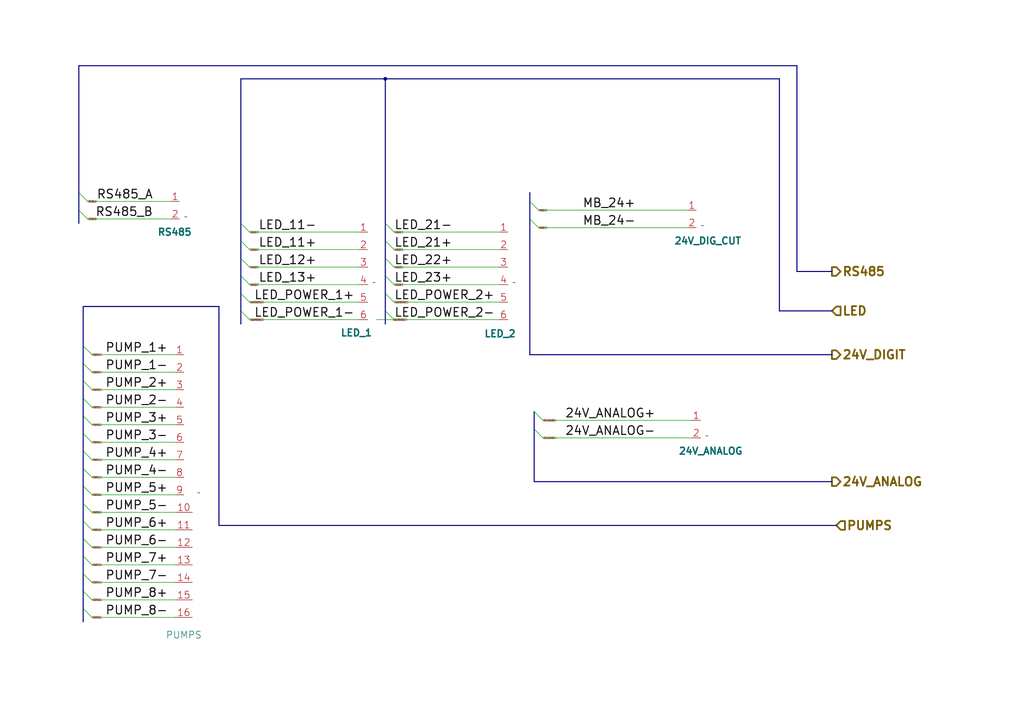
<source format=kicad_sch>
(kicad_sch (version 20231120) (generator "eeschema") (generator_version "8.0")
  (paper "A4")
  (lib_symbols
    (symbol "Connector:Conn_01x02_(wide)"
      (property "Reference" "J" (at 0 0 0))
      (symbol "Conn_01x02_(wide)_1_1"
        (pin input line (at -2.54 -5.08 0) (length 2.54) (name "") (number "1"))
        (pin input line (at -2.54 -10.16 0) (length 2.54) (name "") (number "2"))
      )
    )
    (symbol "Connector:Conn_01x06_(wide)"
      (property "Reference" "J" (at 0 0 0))
      (symbol "Conn_01x06_(wide)_1_1"
        (pin input line (at -2.54 -5.08 0) (length 2.54) (name "") (number "1"))
        (pin input line (at -2.54 -10.16 0) (length 2.54) (name "") (number "2"))
        (pin input line (at -2.54 -15.24 0) (length 2.54) (name "") (number "3"))
        (pin input line (at -2.54 -20.32 0) (length 2.54) (name "") (number "4"))
        (pin input line (at -2.54 -25.4 0) (length 2.54) (name "") (number "5"))
        (pin input line (at -2.54 -30.48 0) (length 2.54) (name "") (number "6"))
      )
    )
    (symbol "Connector:Conn_01x16_(wide)"
      (property "Reference" "J" (at 0 0 0))
      (symbol "Conn_01x16_(wide)_1_1"
        (pin input line (at -2.54 -5.08 0) (length 2.54) (name "") (number "1"))
        (pin input line (at -2.54 -50.8 0) (length 5) (name "") (number "10"))
        (pin input line (at -2.54 -55.88 0) (length 5) (name "") (number "11"))
        (pin input line (at -2.54 -60.96 0) (length 5) (name "") (number "12"))
        (pin input line (at -2.54 -66.04 0) (length 5) (name "") (number "13"))
        (pin input line (at -2.54 -71.12 0) (length 5) (name "") (number "14"))
        (pin input line (at -2.54 -76.2 0) (length 5) (name "") (number "15"))
        (pin input line (at -2.54 -81.28 0) (length 5) (name "") (number "16"))
        (pin input line (at -2.54 -10.16 0) (length 2.54) (name "") (number "2"))
        (pin input line (at -2.54 -15.24 0) (length 2.54) (name "") (number "3"))
        (pin input line (at -2.54 -20.32 0) (length 2.54) (name "") (number "4"))
        (pin input line (at -2.54 -25.4 0) (length 2.54) (name "") (number "5"))
        (pin input line (at -2.54 -30.48 0) (length 2.54) (name "") (number "6"))
        (pin input line (at -2.54 -35.56 0) (length 2.54) (name "") (number "7"))
        (pin input line (at -2.54 -40.64 0) (length 2.54) (name "") (number "8"))
        (pin input line (at -2.54 -45.72 0) (length 2.54) (name "") (number "9"))
      )
    )
  )
  (junction (at 111.76 22.86))
  (bus_entry (at 111.76 90.17) (size 2.54 2.54))
  (bus_entry (at 24.13 115.57) (size 2.54 2.54))
  (bus_entry (at 153.67 63.5) (size 2.54 2.54))
  (bus_entry (at 24.13 156.21) (size 2.54 2.54))
  (bus_entry (at 24.13 120.65) (size 2.54 2.54))
  (bus_entry (at 114.3 77.47) (size -2.54 -2.54))
  (bus_entry (at 24.13 100.33) (size 2.54 2.54))
  (bus_entry (at 24.13 110.49) (size 2.54 2.54))
  (bus_entry (at 22.86 60.96) (size 2.54 2.54))
  (bus_entry (at 24.13 135.89) (size 2.54 2.54))
  (bus_entry (at 24.13 140.97) (size 2.54 2.54))
  (bus_entry (at 154.94 124.46) (size 2.54 2.54))
  (bus_entry (at 24.13 176.53) (size 2.54 2.54))
  (bus_entry (at 69.85 85.09) (size 2.54 2.54))
  (bus_entry (at 153.67 58.42) (size 2.54 2.54))
  (bus_entry (at 24.13 146.05) (size 2.54 2.54))
  (bus_entry (at 24.13 161.29) (size 2.54 2.54))
  (bus_entry (at 24.13 125.73) (size 2.54 2.54))
  (bus_entry (at 69.85 69.85) (size 2.54 2.54))
  (bus_entry (at 24.13 130.81) (size 2.54 2.54))
  (bus_entry (at 24.13 166.37) (size 2.54 2.54))
  (bus_entry (at 69.85 64.77) (size 2.54 2.54))
  (bus_entry (at 24.13 151.13) (size 2.54 2.54))
  (bus_entry (at 154.94 119.38) (size 2.54 2.54))
  (bus_entry (at 114.3 72.39) (size -2.54 -2.54))
  (bus_entry (at 69.85 90.17) (size 2.54 2.54))
  (bus_entry (at 114.3 67.31) (size -2.54 -2.54))
  (bus_entry (at 24.13 171.45) (size 2.54 2.54))
  (bus_entry (at 22.86 55.88) (size 2.54 2.54))
  (bus_entry (at 24.13 105.41) (size 2.54 2.54))
  (bus_entry (at 111.76 85.09) (size 2.54 2.54))
  (bus_entry (at 69.85 74.93) (size 2.54 2.54))
  (bus_entry (at 114.3 82.55) (size -2.54 -2.54))
  (bus_entry (at 69.85 80.01) (size 2.54 2.54))
  (bus (pts (xy 111.76 90.17) (xy 111.76 93.98)))
  (bus (pts (xy 69.85 74.93) (xy 69.85 80.01)))
  (bus (pts (xy 231.14 78.74) (xy 231.14 19.05)))
  (bus (pts (xy 22.86 19.05) (xy 22.86 55.88)))
  (bus (pts (xy 69.85 80.01) (xy 69.85 85.09)))
  (bus (pts (xy 241.3 78.74) (xy 231.14 78.74)))
  (bus (pts (xy 24.13 171.45) (xy 24.13 176.53)))
  (bus (pts (xy 69.85 69.85) (xy 69.85 74.93)))
  (wire (pts (xy 26.67 173.99) (xy 50.8 173.99)))
  (bus (pts (xy 111.76 74.93) (xy 111.76 80.01)))
  (bus (pts (xy 69.85 22.86) (xy 69.85 64.77)))
  (bus (pts (xy 153.67 55.88) (xy 153.67 58.42)))
  (bus (pts (xy 69.85 90.17) (xy 69.85 93.98)))
  (wire (pts (xy 26.67 123.19) (xy 50.8 123.19)))
  (wire (pts (xy 114.3 82.55) (xy 144.78 82.55)))
  (wire (pts (xy 72.39 67.31) (xy 104.14 67.31)))
  (bus (pts (xy 153.67 58.42) (xy 153.67 63.5)))
  (wire (pts (xy 26.67 138.43) (xy 50.8 138.43)))
  (bus (pts (xy 63.5 88.9) (xy 24.13 88.9)))
  (wire (pts (xy 26.67 102.87) (xy 50.8 102.87)))
  (bus (pts (xy 24.13 115.57) (xy 24.13 120.65)))
  (bus (pts (xy 153.67 63.5) (xy 153.67 102.87)))
  (wire (pts (xy 72.39 92.71) (xy 104.14 92.71)))
  (bus (pts (xy 154.94 139.7) (xy 241.3 139.7)))
  (bus (pts (xy 111.76 69.85) (xy 111.76 74.93)))
  (wire (pts (xy 72.39 82.55) (xy 104.14 82.55)))
  (wire (pts (xy 114.3 92.71) (xy 109.22 92.71)))
  (wire (pts (xy 26.67 158.75) (xy 50.8 158.75)))
  (wire (pts (xy 26.67 148.59) (xy 50.8 148.59)))
  (bus (pts (xy 24.13 125.73) (xy 24.13 130.81)))
  (wire (pts (xy 25.4 63.5) (xy 49.53 63.5)))
  (wire (pts (xy 26.67 118.11) (xy 50.8 118.11)))
  (bus (pts (xy 111.76 64.77) (xy 111.76 69.85)))
  (bus (pts (xy 226.06 90.17) (xy 226.06 22.86)))
  (bus (pts (xy 22.86 55.88) (xy 22.86 60.96)))
  (bus (pts (xy 24.13 120.65) (xy 24.13 125.73)))
  (wire (pts (xy 114.3 77.47) (xy 144.78 77.47)))
  (bus (pts (xy 63.5 152.4) (xy 242.57 152.4)))
  (bus (pts (xy 111.76 85.09) (xy 111.76 90.17)))
  (bus (pts (xy 22.86 60.96) (xy 22.86 64.77)))
  (bus (pts (xy 111.76 80.01) (xy 111.76 85.09)))
  (wire (pts (xy 114.3 87.63) (xy 144.78 87.63)))
  (wire (pts (xy 26.67 107.95) (xy 50.8 107.95)))
  (wire (pts (xy 72.39 72.39) (xy 104.14 72.39)))
  (bus (pts (xy 24.13 166.37) (xy 24.13 171.45)))
  (wire (pts (xy 72.39 87.63) (xy 104.14 87.63)))
  (bus (pts (xy 24.13 130.81) (xy 24.13 135.89)))
  (wire (pts (xy 26.67 179.07) (xy 50.8 179.07)))
  (bus (pts (xy 24.13 161.29) (xy 24.13 166.37)))
  (wire (pts (xy 114.3 92.71) (xy 144.78 92.71)))
  (bus (pts (xy 24.13 88.9) (xy 24.13 100.33)))
  (wire (pts (xy 26.67 163.83) (xy 50.8 163.83)))
  (bus (pts (xy 69.85 64.77) (xy 69.85 69.85)))
  (bus (pts (xy 111.76 22.86) (xy 111.76 64.77)))
  (bus (pts (xy 24.13 176.53) (xy 24.13 180.34)))
  (wire (pts (xy 72.39 77.47) (xy 104.14 77.47)))
  (bus (pts (xy 24.13 105.41) (xy 24.13 110.49)))
  (bus (pts (xy 69.85 85.09) (xy 69.85 90.17)))
  (bus (pts (xy 24.13 100.33) (xy 24.13 105.41)))
  (bus (pts (xy 111.76 22.86) (xy 226.06 22.86)))
  (bus (pts (xy 24.13 140.97) (xy 24.13 146.05)))
  (bus (pts (xy 241.3 90.17) (xy 226.06 90.17)))
  (wire (pts (xy 157.48 121.92) (xy 200.66 121.92)))
  (wire (pts (xy 26.67 143.51) (xy 50.8 143.51)))
  (bus (pts (xy 231.14 19.05) (xy 22.86 19.05)))
  (wire (pts (xy 114.3 72.39) (xy 144.78 72.39)))
  (wire (pts (xy 26.67 113.03) (xy 50.8 113.03)))
  (bus (pts (xy 154.94 119.38) (xy 154.94 124.46)))
  (wire (pts (xy 26.67 153.67) (xy 50.8 153.67)))
  (bus (pts (xy 69.85 22.86) (xy 111.76 22.86)))
  (bus (pts (xy 153.67 102.87) (xy 241.3 102.87)))
  (bus (pts (xy 24.13 110.49) (xy 24.13 115.57)))
  (wire (pts (xy 26.67 128.27) (xy 50.8 128.27)))
  (bus (pts (xy 24.13 146.05) (xy 24.13 151.13)))
  (wire (pts (xy 25.4 58.42) (xy 49.53 58.42)))
  (wire (pts (xy 26.67 168.91) (xy 50.8 168.91)))
  (bus (pts (xy 63.5 152.4) (xy 63.5 88.9)))
  (wire (pts (xy 114.3 67.31) (xy 144.78 67.31)))
  (wire (pts (xy 157.48 127) (xy 200.66 127)))
  (bus (pts (xy 24.13 151.13) (xy 24.13 156.21)))
  (bus (pts (xy 24.13 156.21) (xy 24.13 161.29)))
  (wire (pts (xy 156.21 60.96) (xy 199.39 60.96)))
  (wire (pts (xy 26.67 133.35) (xy 50.8 133.35)))
  (bus (pts (xy 24.13 135.89) (xy 24.13 140.97)))
  (bus (pts (xy 154.94 124.46) (xy 154.94 139.7)))
  (wire (pts (xy 156.21 66.04) (xy 199.39 66.04)))
  (label "PUMP_8-" (at 30.48 179.07 0) (effects (font (size 2.5 2.5) (thickness 0.3125))))
  (label "PUMP_2+" (at 30.48 113.03 0) (effects (font (size 2.5 2.5) (thickness 0.3125))))
  (label "LED_POWER_2-" (at 114.3 92.71 0) (effects (font (size 2.5 2.5) (thickness 0.3125))))
  (label "PUMP_5-" (at 30.48 148.59 0) (effects (font (size 2.5 2.5) (thickness 0.3125))))
  (label "PUMP_5+" (at 30.48 143.51 0) (effects (font (size 2.5 2.5) (thickness 0.3125))))
  (label "LED_13+" (at 74.93 82.55 0) (effects (font (size 2.5 2.5) (thickness 0.3125))))
  (label "PUMP_4+" (at 30.48 133.35 0) (effects (font (size 2.5 2.5) (thickness 0.3125))))
  (label "24V_ANALOG+" (at 163.83 121.92 0) (effects (font (size 2.5 2.5) (thickness 0.3125))))
  (label "PUMP_3+" (at 30.48 123.19 0) (effects (font (size 2.5 2.5) (thickness 0.3125))))
  (label "MB_24+" (at 168.91 60.96 0) (effects (font (size 2.5 2.5) (thickness 0.3125))))
  (label "LED_POWER_1-" (at 102.87 92.71 180) (effects (font (size 2.5 2.5) (thickness 0.3125))))
  (label "LED_POWER_1+" (at 102.87 87.63 180) (effects (font (size 2.5 2.5) (thickness 0.3125))))
  (label "LED_21+" (at 114.3 72.39 0) (effects (font (size 2.5 2.5) (thickness 0.3125))))
  (label "PUMP_7-" (at 30.48 168.91 0) (effects (font (size 2.5 2.5) (thickness 0.3125))))
  (label "MB_24-" (at 168.91 66.04 0) (effects (font (size 2.5 2.5) (thickness 0.3125))))
  (label "PUMP_4-" (at 30.48 138.43 0) (effects (font (size 2.5 2.5) (thickness 0.3125))))
  (label "PUMP_1+" (at 30.48 102.87 0) (effects (font (size 2.5 2.5) (thickness 0.3125))))
  (label "LED_22+" (at 114.3 77.47 0) (effects (font (size 2.5 2.5) (thickness 0.3125))))
  (label "PUMP_6-" (at 30.48 158.75 0) (effects (font (size 2.5 2.5) (thickness 0.3125))))
  (label "LED_21-" (at 114.3 67.31 0) (effects (font (size 2.5 2.5) (thickness 0.3125))))
  (label "24V_ANALOG-" (at 163.83 127 0) (effects (font (size 2.5 2.5) (thickness 0.3125))))
  (label "LED_11-" (at 74.93 67.31 0) (effects (font (size 2.5 2.5) (thickness 0.3125))))
  (label "PUMP_2-" (at 30.48 118.11 0) (effects (font (size 2.5 2.5) (thickness 0.3125))))
  (label "LED_23+" (at 114.3 82.55 0) (effects (font (size 2.5 2.5) (thickness 0.3125))))
  (label "LED_11+" (at 74.93 72.39 0) (effects (font (size 2.5 2.5) (thickness 0.3125))))
  (label "RS485_A" (at 44.45 58.42 180) (effects (font (size 2.5 2.5) (thickness 0.3125))))
  (label "PUMP_7+" (at 30.48 163.83 0) (effects (font (size 2.5 2.5) (thickness 0.3125))))
  (label "LED_12+" (at 74.93 77.47 0) (effects (font (size 2.5 2.5) (thickness 0.3125))))
  (label "PUMP_1-" (at 30.48 107.95 0) (effects (font (size 2.5 2.5) (thickness 0.3125))))
  (label "PUMP_8+" (at 30.48 173.99 0) (effects (font (size 2.5 2.5) (thickness 0.3125))))
  (label "PUMP_3-" (at 30.48 128.27 0) (effects (font (size 2.5 2.5) (thickness 0.3125))))
  (label "RS485_B" (at 44.45 63.5 180) (effects (font (size 2.5 2.5) (thickness 0.3125))))
  (label "PUMP_6+" (at 30.48 153.67 0) (effects (font (size 2.5 2.5) (thickness 0.3125))))
  (label "LED_POWER_2+" (at 143.51 87.63 180) (effects (font (size 2.5 2.5) (thickness 0.3125))))
  (global_label "MB_24+" (shape input) (at 156.21 60.96 0) (effects (font (size 0.3 0.3))) (property "Intersheetrefs" "${INTERSHEET_REFS}" (effects (hide yes))))
  (global_label "LED_22+" (shape input) (at 114.3 77.47 0) (effects (font (size 0.3 0.3))) (property "Intersheetrefs" "${INTERSHEET_REFS}" (effects (hide yes))))
  (global_label "PUMP_1-" (shape input) (at 26.67 107.95 0) (effects (font (size 0.3 0.3))) (property "Intersheetrefs" "${INTERSHEET_REFS}" (effects (hide yes))))
  (global_label "LED_POWER_2+" (shape input) (at 114.3 87.63 0) (effects (font (size 0.3 0.3))) (property "Intersheetrefs" "${INTERSHEET_REFS}" (effects (hide yes))))
  (global_label "PUMP_5+" (shape input) (at 26.67 143.51 0) (effects (font (size 0.3 0.3))) (property "Intersheetrefs" "${INTERSHEET_REFS}" (effects (hide yes))))
  (global_label "24V_ANALOG-" (shape input) (at 157.48 127 0) (effects (font (size 0.3 0.3))) (property "Intersheetrefs" "${INTERSHEET_REFS}" (effects (hide yes))))
  (global_label "PUMP_8-" (shape input) (at 26.67 179.07 0) (effects (font (size 0.3 0.3))) (property "Intersheetrefs" "${INTERSHEET_REFS}" (effects (hide yes))))
  (global_label "LED_21-" (shape input) (at 114.3 67.31 0) (effects (font (size 0.3 0.3))) (property "Intersheetrefs" "${INTERSHEET_REFS}" (effects (hide yes))))
  (global_label "LED_12+" (shape input) (at 72.39 77.47 0) (effects (font (size 0.3 0.3))) (property "Intersheetrefs" "${INTERSHEET_REFS}" (effects (hide yes))))
  (global_label "PUMP_4+" (shape input) (at 26.67 133.35 0) (effects (font (size 0.3 0.3))) (property "Intersheetrefs" "${INTERSHEET_REFS}" (effects (hide yes))))
  (global_label "PUMP_4-" (shape input) (at 26.67 138.43 0) (effects (font (size 0.3 0.3))) (property "Intersheetrefs" "${INTERSHEET_REFS}" (effects (hide yes))))
  (global_label "PUMP_3+" (shape input) (at 26.67 123.19 0) (effects (font (size 0.3 0.3))) (property "Intersheetrefs" "${INTERSHEET_REFS}" (effects (hide yes))))
  (global_label "LED_POWER_2-" (shape input) (at 118.11 92.71 180) (effects (font (size 0.3 0.3))) (property "Intersheetrefs" "${INTERSHEET_REFS}" (effects (hide yes))))
  (global_label "LED_13+" (shape input) (at 72.39 82.55 0) (effects (font (size 0.3 0.3))) (property "Intersheetrefs" "${INTERSHEET_REFS}" (effects (hide yes))))
  (global_label "PUMP_3-" (shape input) (at 26.67 128.27 0) (effects (font (size 0.3 0.3))) (property "Intersheetrefs" "${INTERSHEET_REFS}" (effects (hide yes))))
  (global_label "LED_11+" (shape input) (at 72.39 72.39 0) (effects (font (size 0.3 0.3))) (property "Intersheetrefs" "${INTERSHEET_REFS}" (effects (hide yes))))
  (global_label "PUMP_1+" (shape input) (at 26.67 102.87 0) (effects (font (size 0.3 0.3))) (property "Intersheetrefs" "${INTERSHEET_REFS}" (effects (hide yes))))
  (global_label "PUMP_2+" (shape input) (at 26.67 113.03 0) (effects (font (size 0.3 0.3))) (property "Intersheetrefs" "${INTERSHEET_REFS}" (effects (hide yes))))
  (global_label "LED_23+" (shape input) (at 114.3 82.55 0) (effects (font (size 0.3 0.3))) (property "Intersheetrefs" "${INTERSHEET_REFS}" (effects (hide yes))))
  (global_label "MB_24-" (shape input) (at 156.21 66.04 0) (effects (font (size 0.3 0.3))) (property "Intersheetrefs" "${INTERSHEET_REFS}" (effects (hide yes))))
  (global_label "LED_POWER_1-" (shape input) (at 72.39 92.71 0) (effects (font (size 0.3 0.3))) (property "Intersheetrefs" "${INTERSHEET_REFS}" (effects (hide yes))))
  (global_label "PUMP_6-" (shape input) (at 26.67 158.75 0) (effects (font (size 0.3 0.3))) (property "Intersheetrefs" "${INTERSHEET_REFS}" (effects (hide yes))))
  (global_label "LED_21+" (shape input) (at 114.3 72.39 0) (effects (font (size 0.3 0.3))) (property "Intersheetrefs" "${INTERSHEET_REFS}" (effects (hide yes))))
  (global_label "PUMP_7-" (shape input) (at 26.67 168.91 0) (effects (font (size 0.3 0.3))) (property "Intersheetrefs" "${INTERSHEET_REFS}" (effects (hide yes))))
  (global_label "RS485_B" (shape input) (at 25.4 63.5 0) (effects (font (size 0.3 0.3))) (property "Intersheetrefs" "${INTERSHEET_REFS}" (effects (hide yes))))
  (global_label "PUMP_2-" (shape input) (at 26.67 118.11 0) (effects (font (size 0.3 0.3))) (property "Intersheetrefs" "${INTERSHEET_REFS}" (effects (hide yes))))
  (global_label "24V_ANALOG+" (shape input) (at 157.48 121.92 0) (effects (font (size 0.3 0.3))) (property "Intersheetrefs" "${INTERSHEET_REFS}" (effects (hide yes))))
  (global_label "RS485_A" (shape input) (at 25.4 58.42 0) (effects (font (size 0.3 0.3))) (property "Intersheetrefs" "${INTERSHEET_REFS}" (effects (hide yes))))
  (global_label "PUMP_5-" (shape input) (at 26.67 148.59 0) (effects (font (size 0.3 0.3))) (property "Intersheetrefs" "${INTERSHEET_REFS}" (effects (hide yes))))
  (global_label "LED_POWER_1+" (shape input) (at 72.39 87.63 0) (effects (font (size 0.3 0.3))) (property "Intersheetrefs" "${INTERSHEET_REFS}" (effects (hide yes))))
  (global_label "LED_11-" (shape input) (at 72.39 67.31 0) (effects (font (size 0.3 0.3))) (property "Intersheetrefs" "${INTERSHEET_REFS}" (effects (hide yes))))
  (global_label "PUMP_6+" (shape input) (at 26.67 153.67 0) (effects (font (size 0.3 0.3))) (property "Intersheetrefs" "${INTERSHEET_REFS}" (effects (hide yes))))
  (global_label "PUMP_7+" (shape input) (at 26.67 163.83 0) (effects (font (size 0.3 0.3))) (property "Intersheetrefs" "${INTERSHEET_REFS}" (effects (hide yes))))
  (global_label "PUMP_8+" (shape input) (at 26.67 173.99 0) (effects (font (size 0.3 0.3))) (property "Intersheetrefs" "${INTERSHEET_REFS}" (effects (hide yes))))
  (hierarchical_label "RS485" (shape output) (at 241.3 78.74 0) (effects (font (size 2.5 2.5) (thickness 0.5) (bold yes))))
  (hierarchical_label "24V_DIGIT" (shape output) (at 241.3 102.87 0) (effects (font (size 2.5 2.5) (thickness 0.5) (bold yes))))
  (hierarchical_label "PUMPS" (shape input) (at 242.57 152.4 0) (effects (font (size 2.5 2.5) (thickness 0.5) (bold yes))))
  (hierarchical_label "24V_ANALOG" (shape output) (at 241.3 139.7 0) (effects (font (size 2.5 2.5) (thickness 0.5) (bold yes))))
  (hierarchical_label "LED" (shape input) (at 241.3 90.17 0) (effects (font (size 2.5 2.5) (thickness 0.5) (bold yes))))
  (symbol (lib_id "Connector:Conn_01x06_(wide)") (at 147.32 62.23 0) (unit 1)
    (property "Reference" "LED_2" (at 140.208 96.774 0) (effects (font (size 2 2) (thickness 0.4) (bold yes)) (justify left)))
    (property "Value" "~" (at 148.59 81.915 0) (effects (justify left)))
  )
  (symbol (lib_id "Connector:Conn_01x06_(wide)") (at 106.68 62.23 0) (unit 1)
    (property "Reference" "LED_1" (at 98.552 96.52 0) (effects (font (size 2 2) (thickness 0.4) (bold yes)) (justify left)))
    (property "Value" "~" (at 107.95 81.915 0) (effects (justify left)))
  )
  (symbol (lib_id "Connector:Conn_01x16_(wide)") (at 53.34 97.79 0) (unit 1)
    (property "Reference" "PUMPS" (at 48.006 184.15 0) (effects (font (size 2 2)) (justify left)))
    (property "Value" "~" (at 57.15 142.875 0) (effects (justify left)))
  )
  (symbol (lib_id "Connector:Conn_01x02_(wide)") (at 203.2 116.84 0) (unit 1)
    (property "Reference" "24V_ANALOG" (at 196.596 130.81 0) (effects (font (size 2 2) (thickness 0.4) (bold yes)) (justify left)))
    (property "Value" "~" (at 204.47 126.365 0) (effects (justify left)))
  )
  (symbol (lib_id "Connector:Conn_01x02_(wide)") (at 201.93 55.88 0) (unit 1)
    (property "Reference" "24V_DIG_CUT" (at 195.326 69.85 0) (effects (font (size 2 2) (thickness 0.4) (bold yes)) (justify left)))
    (property "Value" "~" (at 203.2 65.405 0) (effects (justify left)))
  )
  (symbol (lib_id "Connector:Conn_01x02_(wide)") (at 52.07 53.34 0) (unit 1)
    (property "Reference" "RS485" (at 45.466 67.31 0) (effects (font (size 2 2) (thickness 0.4) (bold yes)) (justify left)))
    (property "Value" "~" (at 53.34 62.865 0) (effects (justify left)))
  )
)
</source>
